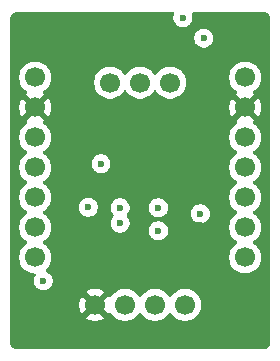
<source format=gbr>
%TF.GenerationSoftware,KiCad,Pcbnew,9.0.5*%
%TF.CreationDate,2025-12-03T12:23:34+01:00*%
%TF.ProjectId,stm32f030f4p6-board,73746d33-3266-4303-9330-663470362d62,rev?*%
%TF.SameCoordinates,Original*%
%TF.FileFunction,Copper,L2,Inr*%
%TF.FilePolarity,Positive*%
%FSLAX46Y46*%
G04 Gerber Fmt 4.6, Leading zero omitted, Abs format (unit mm)*
G04 Created by KiCad (PCBNEW 9.0.5) date 2025-12-03 12:23:34*
%MOMM*%
%LPD*%
G01*
G04 APERTURE LIST*
%TA.AperFunction,ComponentPad*%
%ADD10C,1.700000*%
%TD*%
%TA.AperFunction,ViaPad*%
%ADD11C,0.600000*%
%TD*%
%TA.AperFunction,ViaPad*%
%ADD12C,0.800000*%
%TD*%
G04 APERTURE END LIST*
D10*
%TO.N,+3.3V*%
%TO.C,J2*%
X99430000Y-57429000D03*
%TO.N,/boot0*%
X96890000Y-57429000D03*
%TO.N,unconnected-(J2-Pin_3-Pad3)*%
X94350000Y-57429000D03*
%TD*%
%TO.N,+3.3V*%
%TO.C,J1*%
X100700000Y-76252000D03*
%TO.N,/SWDIO*%
X98160000Y-76252000D03*
%TO.N,/SWCLK*%
X95620000Y-76252000D03*
%TO.N,GND*%
X93080000Y-76252000D03*
%TD*%
%TO.N,+3.3V*%
%TO.C,J3*%
X105780000Y-57000000D03*
%TO.N,GND*%
X105780000Y-59540000D03*
%TO.N,/PA10*%
X105780000Y-62080000D03*
%TO.N,/PA9*%
X105780000Y-64620000D03*
%TO.N,/PB1*%
X105780000Y-67160000D03*
%TO.N,/PA7*%
X105780000Y-69700000D03*
%TO.N,/PA6*%
X105780000Y-72240000D03*
%TD*%
%TO.N,+3.3V*%
%TO.C,J5*%
X88000000Y-57000000D03*
%TO.N,GND*%
X88000000Y-59540000D03*
%TO.N,/PA0*%
X88000000Y-62080000D03*
%TO.N,/PA1*%
X88000000Y-64620000D03*
%TO.N,/PA2*%
X88000000Y-67160000D03*
%TO.N,/PA3*%
X88000000Y-69700000D03*
%TO.N,/PA4*%
X88000000Y-72240000D03*
%TD*%
D11*
%TO.N,GND*%
X99500000Y-59900000D03*
X104880000Y-78098000D03*
D12*
X103250000Y-73452000D03*
D11*
X93731000Y-53393000D03*
X88900000Y-78098000D03*
X92560000Y-64307000D03*
X90839000Y-68681000D03*
X94280000Y-59900000D03*
X101582000Y-52004000D03*
X101998000Y-69486000D03*
%TO.N,+3.3V*%
X92499000Y-67981000D03*
X101998000Y-68526000D03*
X88700000Y-74222000D03*
X100514000Y-51944000D03*
%TO.N,/nrst*%
X95194000Y-68031000D03*
X102282000Y-53664000D03*
%TO.N,/boot0*%
X93580000Y-64307000D03*
%TO.N,/PA0*%
X95194000Y-69331000D03*
%TO.N,/PB1*%
X98442000Y-69981000D03*
%TO.N,/PA9*%
X98442000Y-68031000D03*
%TD*%
%TA.AperFunction,Conductor*%
%TO.N,GND*%
G36*
X99722650Y-51496185D02*
G01*
X99768405Y-51548989D01*
X99778349Y-51618147D01*
X99770172Y-51647952D01*
X99744264Y-51710498D01*
X99744261Y-51710510D01*
X99713500Y-51865153D01*
X99713500Y-52022846D01*
X99744261Y-52177489D01*
X99744264Y-52177501D01*
X99804602Y-52323172D01*
X99804609Y-52323185D01*
X99892210Y-52454288D01*
X99892213Y-52454292D01*
X100003707Y-52565786D01*
X100003711Y-52565789D01*
X100134814Y-52653390D01*
X100134827Y-52653397D01*
X100280498Y-52713735D01*
X100280503Y-52713737D01*
X100435153Y-52744499D01*
X100435156Y-52744500D01*
X100435158Y-52744500D01*
X100592844Y-52744500D01*
X100592845Y-52744499D01*
X100747497Y-52713737D01*
X100893179Y-52653394D01*
X101024289Y-52565789D01*
X101135789Y-52454289D01*
X101223394Y-52323179D01*
X101283737Y-52177497D01*
X101314500Y-52022842D01*
X101314500Y-51865158D01*
X101314500Y-51865155D01*
X101314499Y-51865153D01*
X101283738Y-51710510D01*
X101283737Y-51710503D01*
X101257828Y-51647952D01*
X101250359Y-51578483D01*
X101281634Y-51516004D01*
X101341723Y-51480352D01*
X101372389Y-51476500D01*
X107324108Y-51476500D01*
X107383038Y-51476500D01*
X107396922Y-51477280D01*
X107487266Y-51487459D01*
X107514331Y-51493636D01*
X107593540Y-51521352D01*
X107618553Y-51533398D01*
X107689606Y-51578043D01*
X107711313Y-51595355D01*
X107770644Y-51654686D01*
X107787957Y-51676395D01*
X107832600Y-51747444D01*
X107844648Y-51772462D01*
X107872362Y-51851666D01*
X107878540Y-51878735D01*
X107888720Y-51969076D01*
X107889500Y-51982961D01*
X107889500Y-79469038D01*
X107888720Y-79482922D01*
X107888720Y-79482923D01*
X107878540Y-79573264D01*
X107872362Y-79600333D01*
X107844648Y-79679537D01*
X107832600Y-79704555D01*
X107787957Y-79775604D01*
X107770644Y-79797313D01*
X107711313Y-79856644D01*
X107689604Y-79873957D01*
X107618555Y-79918600D01*
X107593537Y-79930648D01*
X107514333Y-79958362D01*
X107487264Y-79964540D01*
X107407075Y-79973576D01*
X107396921Y-79974720D01*
X107383038Y-79975500D01*
X86396962Y-79975500D01*
X86383078Y-79974720D01*
X86370553Y-79973308D01*
X86292735Y-79964540D01*
X86265666Y-79958362D01*
X86186462Y-79930648D01*
X86161444Y-79918600D01*
X86090395Y-79873957D01*
X86068686Y-79856644D01*
X86009355Y-79797313D01*
X85992042Y-79775604D01*
X85947399Y-79704555D01*
X85935351Y-79679537D01*
X85907637Y-79600333D01*
X85901459Y-79573263D01*
X85891280Y-79482922D01*
X85890500Y-79469038D01*
X85890500Y-76145753D01*
X91730000Y-76145753D01*
X91730000Y-76358246D01*
X91763242Y-76568127D01*
X91763242Y-76568130D01*
X91828904Y-76770217D01*
X91925375Y-76959550D01*
X91964728Y-77013716D01*
X92597037Y-76381408D01*
X92614075Y-76444993D01*
X92679901Y-76559007D01*
X92772993Y-76652099D01*
X92887007Y-76717925D01*
X92950590Y-76734962D01*
X92318282Y-77367269D01*
X92318282Y-77367270D01*
X92372449Y-77406624D01*
X92561782Y-77503095D01*
X92763870Y-77568757D01*
X92973754Y-77602000D01*
X93186246Y-77602000D01*
X93396127Y-77568757D01*
X93396130Y-77568757D01*
X93598217Y-77503095D01*
X93787554Y-77406622D01*
X93841716Y-77367270D01*
X93841717Y-77367270D01*
X93209408Y-76734962D01*
X93272993Y-76717925D01*
X93387007Y-76652099D01*
X93480099Y-76559007D01*
X93545925Y-76444993D01*
X93562962Y-76381408D01*
X94195270Y-77013717D01*
X94195270Y-77013716D01*
X94234622Y-76959555D01*
X94239232Y-76950507D01*
X94287205Y-76899709D01*
X94355025Y-76882912D01*
X94421161Y-76905447D01*
X94460204Y-76950504D01*
X94464949Y-76959817D01*
X94589890Y-77131786D01*
X94740213Y-77282109D01*
X94912179Y-77407048D01*
X94912181Y-77407049D01*
X94912184Y-77407051D01*
X95101588Y-77503557D01*
X95303757Y-77569246D01*
X95513713Y-77602500D01*
X95513714Y-77602500D01*
X95726286Y-77602500D01*
X95726287Y-77602500D01*
X95936243Y-77569246D01*
X96138412Y-77503557D01*
X96327816Y-77407051D01*
X96382572Y-77367269D01*
X96499786Y-77282109D01*
X96499788Y-77282106D01*
X96499792Y-77282104D01*
X96650104Y-77131792D01*
X96650106Y-77131788D01*
X96650109Y-77131786D01*
X96775048Y-76959820D01*
X96775050Y-76959817D01*
X96775051Y-76959816D01*
X96779514Y-76951054D01*
X96827488Y-76900259D01*
X96895308Y-76883463D01*
X96961444Y-76905999D01*
X97000486Y-76951056D01*
X97004951Y-76959820D01*
X97129890Y-77131786D01*
X97280213Y-77282109D01*
X97452179Y-77407048D01*
X97452181Y-77407049D01*
X97452184Y-77407051D01*
X97641588Y-77503557D01*
X97843757Y-77569246D01*
X98053713Y-77602500D01*
X98053714Y-77602500D01*
X98266286Y-77602500D01*
X98266287Y-77602500D01*
X98476243Y-77569246D01*
X98678412Y-77503557D01*
X98867816Y-77407051D01*
X98922572Y-77367269D01*
X99039786Y-77282109D01*
X99039788Y-77282106D01*
X99039792Y-77282104D01*
X99190104Y-77131792D01*
X99190106Y-77131788D01*
X99190109Y-77131786D01*
X99315048Y-76959820D01*
X99315050Y-76959817D01*
X99315051Y-76959816D01*
X99319514Y-76951054D01*
X99367488Y-76900259D01*
X99435308Y-76883463D01*
X99501444Y-76905999D01*
X99540486Y-76951056D01*
X99544951Y-76959820D01*
X99669890Y-77131786D01*
X99820213Y-77282109D01*
X99992179Y-77407048D01*
X99992181Y-77407049D01*
X99992184Y-77407051D01*
X100181588Y-77503557D01*
X100383757Y-77569246D01*
X100593713Y-77602500D01*
X100593714Y-77602500D01*
X100806286Y-77602500D01*
X100806287Y-77602500D01*
X101016243Y-77569246D01*
X101218412Y-77503557D01*
X101407816Y-77407051D01*
X101462572Y-77367269D01*
X101579786Y-77282109D01*
X101579788Y-77282106D01*
X101579792Y-77282104D01*
X101730104Y-77131792D01*
X101730106Y-77131788D01*
X101730109Y-77131786D01*
X101855048Y-76959820D01*
X101855050Y-76959817D01*
X101855051Y-76959816D01*
X101951557Y-76770412D01*
X102017246Y-76568243D01*
X102050500Y-76358287D01*
X102050500Y-76145713D01*
X102017246Y-75935757D01*
X101951557Y-75733588D01*
X101855051Y-75544184D01*
X101855049Y-75544181D01*
X101855048Y-75544179D01*
X101730109Y-75372213D01*
X101579786Y-75221890D01*
X101407820Y-75096951D01*
X101218414Y-75000444D01*
X101218413Y-75000443D01*
X101218412Y-75000443D01*
X101016243Y-74934754D01*
X101016241Y-74934753D01*
X101016240Y-74934753D01*
X100854957Y-74909208D01*
X100806287Y-74901500D01*
X100593713Y-74901500D01*
X100545042Y-74909208D01*
X100383760Y-74934753D01*
X100181585Y-75000444D01*
X99992179Y-75096951D01*
X99820213Y-75221890D01*
X99669890Y-75372213D01*
X99544949Y-75544182D01*
X99540484Y-75552946D01*
X99492509Y-75603742D01*
X99424688Y-75620536D01*
X99358553Y-75597998D01*
X99319516Y-75552946D01*
X99315050Y-75544182D01*
X99190109Y-75372213D01*
X99039786Y-75221890D01*
X98867820Y-75096951D01*
X98678414Y-75000444D01*
X98678413Y-75000443D01*
X98678412Y-75000443D01*
X98476243Y-74934754D01*
X98476241Y-74934753D01*
X98476240Y-74934753D01*
X98314957Y-74909208D01*
X98266287Y-74901500D01*
X98053713Y-74901500D01*
X98005042Y-74909208D01*
X97843760Y-74934753D01*
X97641585Y-75000444D01*
X97452179Y-75096951D01*
X97280213Y-75221890D01*
X97129890Y-75372213D01*
X97004949Y-75544182D01*
X97000484Y-75552946D01*
X96952509Y-75603742D01*
X96884688Y-75620536D01*
X96818553Y-75597998D01*
X96779516Y-75552946D01*
X96775050Y-75544182D01*
X96650109Y-75372213D01*
X96499786Y-75221890D01*
X96327820Y-75096951D01*
X96138414Y-75000444D01*
X96138413Y-75000443D01*
X96138412Y-75000443D01*
X95936243Y-74934754D01*
X95936241Y-74934753D01*
X95936240Y-74934753D01*
X95774957Y-74909208D01*
X95726287Y-74901500D01*
X95513713Y-74901500D01*
X95465042Y-74909208D01*
X95303760Y-74934753D01*
X95101585Y-75000444D01*
X94912179Y-75096951D01*
X94740213Y-75221890D01*
X94589890Y-75372213D01*
X94464949Y-75544182D01*
X94460202Y-75553499D01*
X94412227Y-75604293D01*
X94344405Y-75621087D01*
X94278271Y-75598548D01*
X94239234Y-75553495D01*
X94234626Y-75544452D01*
X94195270Y-75490282D01*
X94195269Y-75490282D01*
X93562962Y-76122590D01*
X93545925Y-76059007D01*
X93480099Y-75944993D01*
X93387007Y-75851901D01*
X93272993Y-75786075D01*
X93209409Y-75769037D01*
X93841716Y-75136728D01*
X93787550Y-75097375D01*
X93598217Y-75000904D01*
X93396129Y-74935242D01*
X93186246Y-74902000D01*
X92973754Y-74902000D01*
X92763872Y-74935242D01*
X92763869Y-74935242D01*
X92561782Y-75000904D01*
X92372439Y-75097380D01*
X92318282Y-75136727D01*
X92318282Y-75136728D01*
X92950591Y-75769037D01*
X92887007Y-75786075D01*
X92772993Y-75851901D01*
X92679901Y-75944993D01*
X92614075Y-76059007D01*
X92597037Y-76122591D01*
X91964728Y-75490282D01*
X91964727Y-75490282D01*
X91925380Y-75544439D01*
X91828904Y-75733782D01*
X91763242Y-75935869D01*
X91763242Y-75935872D01*
X91730000Y-76145753D01*
X85890500Y-76145753D01*
X85890500Y-56893713D01*
X86649500Y-56893713D01*
X86649500Y-57106286D01*
X86679934Y-57298442D01*
X86682754Y-57316243D01*
X86684856Y-57322713D01*
X86748444Y-57518414D01*
X86844951Y-57707820D01*
X86969890Y-57879786D01*
X87120213Y-58030109D01*
X87292179Y-58155048D01*
X87292181Y-58155049D01*
X87292184Y-58155051D01*
X87301493Y-58159794D01*
X87352290Y-58207766D01*
X87369087Y-58275587D01*
X87346552Y-58341722D01*
X87301505Y-58380760D01*
X87292446Y-58385376D01*
X87292440Y-58385380D01*
X87238282Y-58424727D01*
X87238282Y-58424728D01*
X87870591Y-59057037D01*
X87807007Y-59074075D01*
X87692993Y-59139901D01*
X87599901Y-59232993D01*
X87534075Y-59347007D01*
X87517037Y-59410591D01*
X86884728Y-58778282D01*
X86884727Y-58778282D01*
X86845380Y-58832439D01*
X86748904Y-59021782D01*
X86683242Y-59223869D01*
X86683242Y-59223872D01*
X86650000Y-59433753D01*
X86650000Y-59646246D01*
X86683242Y-59856127D01*
X86683242Y-59856130D01*
X86748904Y-60058217D01*
X86845375Y-60247550D01*
X86884728Y-60301716D01*
X87517037Y-59669408D01*
X87534075Y-59732993D01*
X87599901Y-59847007D01*
X87692993Y-59940099D01*
X87807007Y-60005925D01*
X87870590Y-60022962D01*
X87238282Y-60655269D01*
X87238282Y-60655270D01*
X87292452Y-60694626D01*
X87292451Y-60694626D01*
X87301495Y-60699234D01*
X87352292Y-60747208D01*
X87369087Y-60815029D01*
X87346550Y-60881164D01*
X87301499Y-60920202D01*
X87292182Y-60924949D01*
X87120213Y-61049890D01*
X86969890Y-61200213D01*
X86844951Y-61372179D01*
X86748444Y-61561585D01*
X86682753Y-61763760D01*
X86649500Y-61973713D01*
X86649500Y-62186286D01*
X86682753Y-62396239D01*
X86748444Y-62598414D01*
X86844951Y-62787820D01*
X86969890Y-62959786D01*
X87120213Y-63110109D01*
X87292182Y-63235050D01*
X87300946Y-63239516D01*
X87351742Y-63287491D01*
X87368536Y-63355312D01*
X87345998Y-63421447D01*
X87300946Y-63460484D01*
X87292182Y-63464949D01*
X87120213Y-63589890D01*
X86969890Y-63740213D01*
X86844951Y-63912179D01*
X86748444Y-64101585D01*
X86682753Y-64303760D01*
X86669752Y-64385846D01*
X86649500Y-64513713D01*
X86649500Y-64726287D01*
X86682754Y-64936243D01*
X86728403Y-65076737D01*
X86748444Y-65138414D01*
X86844951Y-65327820D01*
X86969890Y-65499786D01*
X87120213Y-65650109D01*
X87292182Y-65775050D01*
X87300946Y-65779516D01*
X87351742Y-65827491D01*
X87368536Y-65895312D01*
X87345998Y-65961447D01*
X87300946Y-66000484D01*
X87292182Y-66004949D01*
X87120213Y-66129890D01*
X86969890Y-66280213D01*
X86844951Y-66452179D01*
X86748444Y-66641585D01*
X86682753Y-66843760D01*
X86649500Y-67053713D01*
X86649500Y-67266287D01*
X86650343Y-67271609D01*
X86681877Y-67470711D01*
X86682754Y-67476243D01*
X86697201Y-67520707D01*
X86748444Y-67678414D01*
X86844951Y-67867820D01*
X86969890Y-68039786D01*
X87120213Y-68190109D01*
X87292182Y-68315050D01*
X87300946Y-68319516D01*
X87351742Y-68367491D01*
X87368536Y-68435312D01*
X87345998Y-68501447D01*
X87300946Y-68540484D01*
X87292182Y-68544949D01*
X87120213Y-68669890D01*
X86969890Y-68820213D01*
X86844951Y-68992179D01*
X86748444Y-69181585D01*
X86682753Y-69383760D01*
X86654129Y-69564489D01*
X86649500Y-69593713D01*
X86649500Y-69806287D01*
X86682754Y-70016243D01*
X86747172Y-70214501D01*
X86748444Y-70218414D01*
X86844951Y-70407820D01*
X86969890Y-70579786D01*
X87120213Y-70730109D01*
X87292182Y-70855050D01*
X87300946Y-70859516D01*
X87351742Y-70907491D01*
X87368536Y-70975312D01*
X87345998Y-71041447D01*
X87300946Y-71080484D01*
X87292182Y-71084949D01*
X87120213Y-71209890D01*
X86969890Y-71360213D01*
X86844951Y-71532179D01*
X86748444Y-71721585D01*
X86682753Y-71923760D01*
X86649500Y-72133713D01*
X86649500Y-72346286D01*
X86682753Y-72556239D01*
X86748444Y-72758414D01*
X86844951Y-72947820D01*
X86969890Y-73119786D01*
X87120213Y-73270109D01*
X87292179Y-73395048D01*
X87292181Y-73395049D01*
X87292184Y-73395051D01*
X87481588Y-73491557D01*
X87683757Y-73557246D01*
X87893713Y-73590500D01*
X87893714Y-73590500D01*
X87927213Y-73590500D01*
X87994252Y-73610185D01*
X88040007Y-73662989D01*
X88049951Y-73732147D01*
X88030315Y-73783391D01*
X87990609Y-73842814D01*
X87990602Y-73842827D01*
X87930264Y-73988498D01*
X87930261Y-73988510D01*
X87899500Y-74143153D01*
X87899500Y-74300846D01*
X87930261Y-74455489D01*
X87930264Y-74455501D01*
X87990602Y-74601172D01*
X87990609Y-74601185D01*
X88078210Y-74732288D01*
X88078213Y-74732292D01*
X88189707Y-74843786D01*
X88189711Y-74843789D01*
X88320814Y-74931390D01*
X88320827Y-74931397D01*
X88466498Y-74991735D01*
X88466503Y-74991737D01*
X88621153Y-75022499D01*
X88621156Y-75022500D01*
X88621158Y-75022500D01*
X88778844Y-75022500D01*
X88778845Y-75022499D01*
X88933497Y-74991737D01*
X89079179Y-74931394D01*
X89210289Y-74843789D01*
X89321789Y-74732289D01*
X89409394Y-74601179D01*
X89469737Y-74455497D01*
X89500500Y-74300842D01*
X89500500Y-74143158D01*
X89500500Y-74143155D01*
X89500499Y-74143153D01*
X89469738Y-73988510D01*
X89469737Y-73988503D01*
X89469735Y-73988498D01*
X89409397Y-73842827D01*
X89409390Y-73842814D01*
X89321789Y-73711711D01*
X89321786Y-73711707D01*
X89210292Y-73600213D01*
X89210288Y-73600210D01*
X89079185Y-73512609D01*
X89079175Y-73512604D01*
X88938168Y-73454197D01*
X88883765Y-73410356D01*
X88861700Y-73344062D01*
X88878979Y-73276362D01*
X88897933Y-73251962D01*
X89030104Y-73119792D01*
X89155051Y-72947816D01*
X89251557Y-72758412D01*
X89317246Y-72556243D01*
X89350500Y-72346287D01*
X89350500Y-72133713D01*
X89317246Y-71923757D01*
X89251557Y-71721588D01*
X89155051Y-71532184D01*
X89155049Y-71532181D01*
X89155048Y-71532179D01*
X89030109Y-71360213D01*
X88879786Y-71209890D01*
X88707820Y-71084951D01*
X88707115Y-71084591D01*
X88699054Y-71080485D01*
X88648259Y-71032512D01*
X88631463Y-70964692D01*
X88653999Y-70898556D01*
X88699054Y-70859515D01*
X88707816Y-70855051D01*
X88809051Y-70781500D01*
X88879786Y-70730109D01*
X88879788Y-70730106D01*
X88879792Y-70730104D01*
X89030104Y-70579792D01*
X89030106Y-70579788D01*
X89030109Y-70579786D01*
X89155048Y-70407820D01*
X89155047Y-70407820D01*
X89155051Y-70407816D01*
X89251557Y-70218412D01*
X89317246Y-70016243D01*
X89350500Y-69806287D01*
X89350500Y-69593713D01*
X89317246Y-69383757D01*
X89251557Y-69181588D01*
X89155051Y-68992184D01*
X89155049Y-68992181D01*
X89155048Y-68992179D01*
X89030109Y-68820213D01*
X88879786Y-68669890D01*
X88707820Y-68544951D01*
X88707115Y-68544591D01*
X88699054Y-68540485D01*
X88648259Y-68492512D01*
X88631463Y-68424692D01*
X88653999Y-68358556D01*
X88699054Y-68319515D01*
X88707816Y-68315051D01*
X88777409Y-68264489D01*
X88879786Y-68190109D01*
X88879788Y-68190106D01*
X88879792Y-68190104D01*
X89030104Y-68039792D01*
X89030106Y-68039788D01*
X89030109Y-68039786D01*
X89130104Y-67902153D01*
X91698500Y-67902153D01*
X91698500Y-68059846D01*
X91729261Y-68214489D01*
X91729264Y-68214501D01*
X91789602Y-68360172D01*
X91789609Y-68360185D01*
X91877210Y-68491288D01*
X91877213Y-68491292D01*
X91988707Y-68602786D01*
X91988711Y-68602789D01*
X92119814Y-68690390D01*
X92119827Y-68690397D01*
X92265498Y-68750735D01*
X92265503Y-68750737D01*
X92420153Y-68781499D01*
X92420156Y-68781500D01*
X92420158Y-68781500D01*
X92577844Y-68781500D01*
X92577845Y-68781499D01*
X92732497Y-68750737D01*
X92878179Y-68690394D01*
X93009289Y-68602789D01*
X93120789Y-68491289D01*
X93208394Y-68360179D01*
X93268737Y-68214497D01*
X93299500Y-68059842D01*
X93299500Y-67952153D01*
X94393500Y-67952153D01*
X94393500Y-68109846D01*
X94424261Y-68264489D01*
X94424264Y-68264501D01*
X94484602Y-68410172D01*
X94484609Y-68410185D01*
X94572210Y-68541288D01*
X94572213Y-68541292D01*
X94624240Y-68593319D01*
X94657725Y-68654642D01*
X94652741Y-68724334D01*
X94624240Y-68768681D01*
X94572213Y-68820707D01*
X94572210Y-68820711D01*
X94484609Y-68951814D01*
X94484602Y-68951827D01*
X94424264Y-69097498D01*
X94424261Y-69097510D01*
X94393500Y-69252153D01*
X94393500Y-69409846D01*
X94424261Y-69564489D01*
X94424264Y-69564501D01*
X94484602Y-69710172D01*
X94484609Y-69710185D01*
X94572210Y-69841288D01*
X94572213Y-69841292D01*
X94683707Y-69952786D01*
X94683711Y-69952789D01*
X94814814Y-70040390D01*
X94814827Y-70040397D01*
X94960498Y-70100735D01*
X94960503Y-70100737D01*
X95115153Y-70131499D01*
X95115156Y-70131500D01*
X95115158Y-70131500D01*
X95272844Y-70131500D01*
X95272845Y-70131499D01*
X95427497Y-70100737D01*
X95573179Y-70040394D01*
X95704289Y-69952789D01*
X95754925Y-69902153D01*
X97641500Y-69902153D01*
X97641500Y-70059846D01*
X97672261Y-70214489D01*
X97672264Y-70214501D01*
X97732602Y-70360172D01*
X97732609Y-70360185D01*
X97820210Y-70491288D01*
X97820213Y-70491292D01*
X97931707Y-70602786D01*
X97931711Y-70602789D01*
X98062814Y-70690390D01*
X98062827Y-70690397D01*
X98158690Y-70730104D01*
X98208503Y-70750737D01*
X98363153Y-70781499D01*
X98363156Y-70781500D01*
X98363158Y-70781500D01*
X98520844Y-70781500D01*
X98520845Y-70781499D01*
X98675497Y-70750737D01*
X98821179Y-70690394D01*
X98952289Y-70602789D01*
X99063789Y-70491289D01*
X99151394Y-70360179D01*
X99211737Y-70214497D01*
X99242500Y-70059842D01*
X99242500Y-69902158D01*
X99242500Y-69902155D01*
X99242499Y-69902153D01*
X99223430Y-69806287D01*
X99211737Y-69747503D01*
X99211735Y-69747498D01*
X99151397Y-69601827D01*
X99151390Y-69601814D01*
X99063789Y-69470711D01*
X99063786Y-69470707D01*
X98952292Y-69359213D01*
X98952288Y-69359210D01*
X98821185Y-69271609D01*
X98821172Y-69271602D01*
X98675501Y-69211264D01*
X98675489Y-69211261D01*
X98520845Y-69180500D01*
X98520842Y-69180500D01*
X98363158Y-69180500D01*
X98363155Y-69180500D01*
X98208510Y-69211261D01*
X98208498Y-69211264D01*
X98062827Y-69271602D01*
X98062814Y-69271609D01*
X97931711Y-69359210D01*
X97931707Y-69359213D01*
X97820213Y-69470707D01*
X97820210Y-69470711D01*
X97732609Y-69601814D01*
X97732602Y-69601827D01*
X97672264Y-69747498D01*
X97672261Y-69747510D01*
X97641500Y-69902153D01*
X95754925Y-69902153D01*
X95815789Y-69841289D01*
X95839178Y-69806286D01*
X95903390Y-69710185D01*
X95903390Y-69710184D01*
X95903394Y-69710179D01*
X95963737Y-69564497D01*
X95994500Y-69409842D01*
X95994500Y-69252158D01*
X95994500Y-69252155D01*
X95994499Y-69252153D01*
X95986365Y-69211261D01*
X95963737Y-69097503D01*
X95920111Y-68992179D01*
X95903397Y-68951827D01*
X95903390Y-68951814D01*
X95815789Y-68820711D01*
X95815786Y-68820707D01*
X95763760Y-68768681D01*
X95730275Y-68707358D01*
X95735259Y-68637666D01*
X95763760Y-68593319D01*
X95815786Y-68541292D01*
X95815789Y-68541289D01*
X95903394Y-68410179D01*
X95963737Y-68264497D01*
X95994500Y-68109842D01*
X95994500Y-67952158D01*
X95994500Y-67952155D01*
X95994499Y-67952153D01*
X97641500Y-67952153D01*
X97641500Y-68109846D01*
X97672261Y-68264489D01*
X97672264Y-68264501D01*
X97732602Y-68410172D01*
X97732609Y-68410185D01*
X97820210Y-68541288D01*
X97820213Y-68541292D01*
X97931707Y-68652786D01*
X97931711Y-68652789D01*
X98062814Y-68740390D01*
X98062827Y-68740397D01*
X98162060Y-68781500D01*
X98208503Y-68800737D01*
X98363153Y-68831499D01*
X98363156Y-68831500D01*
X98363158Y-68831500D01*
X98520844Y-68831500D01*
X98520845Y-68831499D01*
X98675497Y-68800737D01*
X98821179Y-68740394D01*
X98952289Y-68652789D01*
X99063789Y-68541289D01*
X99126689Y-68447153D01*
X101197500Y-68447153D01*
X101197500Y-68604846D01*
X101228261Y-68759489D01*
X101228264Y-68759501D01*
X101288602Y-68905172D01*
X101288609Y-68905185D01*
X101376210Y-69036288D01*
X101376213Y-69036292D01*
X101487707Y-69147786D01*
X101487711Y-69147789D01*
X101618814Y-69235390D01*
X101618827Y-69235397D01*
X101706245Y-69271606D01*
X101764503Y-69295737D01*
X101919153Y-69326499D01*
X101919156Y-69326500D01*
X101919158Y-69326500D01*
X102076844Y-69326500D01*
X102076845Y-69326499D01*
X102231497Y-69295737D01*
X102377179Y-69235394D01*
X102508289Y-69147789D01*
X102619789Y-69036289D01*
X102707394Y-68905179D01*
X102767737Y-68759497D01*
X102798500Y-68604842D01*
X102798500Y-68447158D01*
X102798500Y-68447155D01*
X102798499Y-68447153D01*
X102791418Y-68411557D01*
X102767737Y-68292503D01*
X102735423Y-68214489D01*
X102707397Y-68146827D01*
X102707390Y-68146814D01*
X102619789Y-68015711D01*
X102619786Y-68015707D01*
X102508292Y-67904213D01*
X102508288Y-67904210D01*
X102377185Y-67816609D01*
X102377172Y-67816602D01*
X102231501Y-67756264D01*
X102231489Y-67756261D01*
X102076845Y-67725500D01*
X102076842Y-67725500D01*
X101919158Y-67725500D01*
X101919155Y-67725500D01*
X101764510Y-67756261D01*
X101764498Y-67756264D01*
X101618827Y-67816602D01*
X101618814Y-67816609D01*
X101487711Y-67904210D01*
X101487707Y-67904213D01*
X101376213Y-68015707D01*
X101376210Y-68015711D01*
X101288609Y-68146814D01*
X101288602Y-68146827D01*
X101228264Y-68292498D01*
X101228261Y-68292510D01*
X101197500Y-68447153D01*
X99126689Y-68447153D01*
X99151394Y-68410179D01*
X99151397Y-68410172D01*
X99158256Y-68393614D01*
X99200134Y-68292510D01*
X99211737Y-68264497D01*
X99242500Y-68109842D01*
X99242500Y-67952158D01*
X99242500Y-67952155D01*
X99242499Y-67952153D01*
X99211738Y-67797510D01*
X99211737Y-67797503D01*
X99211735Y-67797498D01*
X99151397Y-67651827D01*
X99151390Y-67651814D01*
X99063789Y-67520711D01*
X99063786Y-67520707D01*
X98952292Y-67409213D01*
X98952288Y-67409210D01*
X98821185Y-67321609D01*
X98821172Y-67321602D01*
X98675501Y-67261264D01*
X98675489Y-67261261D01*
X98520845Y-67230500D01*
X98520842Y-67230500D01*
X98363158Y-67230500D01*
X98363155Y-67230500D01*
X98208510Y-67261261D01*
X98208498Y-67261264D01*
X98062827Y-67321602D01*
X98062814Y-67321609D01*
X97931711Y-67409210D01*
X97931707Y-67409213D01*
X97820213Y-67520707D01*
X97820210Y-67520711D01*
X97732609Y-67651814D01*
X97732602Y-67651827D01*
X97672264Y-67797498D01*
X97672261Y-67797510D01*
X97641500Y-67952153D01*
X95994499Y-67952153D01*
X95963738Y-67797510D01*
X95963737Y-67797503D01*
X95963735Y-67797498D01*
X95903397Y-67651827D01*
X95903390Y-67651814D01*
X95815789Y-67520711D01*
X95815786Y-67520707D01*
X95704292Y-67409213D01*
X95704288Y-67409210D01*
X95573185Y-67321609D01*
X95573172Y-67321602D01*
X95427501Y-67261264D01*
X95427489Y-67261261D01*
X95272845Y-67230500D01*
X95272842Y-67230500D01*
X95115158Y-67230500D01*
X95115155Y-67230500D01*
X94960510Y-67261261D01*
X94960498Y-67261264D01*
X94814827Y-67321602D01*
X94814814Y-67321609D01*
X94683711Y-67409210D01*
X94683707Y-67409213D01*
X94572213Y-67520707D01*
X94572210Y-67520711D01*
X94484609Y-67651814D01*
X94484602Y-67651827D01*
X94424264Y-67797498D01*
X94424261Y-67797510D01*
X94393500Y-67952153D01*
X93299500Y-67952153D01*
X93299500Y-67902158D01*
X93299500Y-67902155D01*
X93299499Y-67902153D01*
X93282483Y-67816609D01*
X93268737Y-67747503D01*
X93229102Y-67651814D01*
X93208397Y-67601827D01*
X93208390Y-67601814D01*
X93120789Y-67470711D01*
X93120786Y-67470707D01*
X93009292Y-67359213D01*
X93009288Y-67359210D01*
X92878185Y-67271609D01*
X92878172Y-67271602D01*
X92732501Y-67211264D01*
X92732489Y-67211261D01*
X92577845Y-67180500D01*
X92577842Y-67180500D01*
X92420158Y-67180500D01*
X92420155Y-67180500D01*
X92265510Y-67211261D01*
X92265498Y-67211264D01*
X92119827Y-67271602D01*
X92119814Y-67271609D01*
X91988711Y-67359210D01*
X91988707Y-67359213D01*
X91877213Y-67470707D01*
X91877210Y-67470711D01*
X91789609Y-67601814D01*
X91789602Y-67601827D01*
X91729264Y-67747498D01*
X91729261Y-67747510D01*
X91698500Y-67902153D01*
X89130104Y-67902153D01*
X89155050Y-67867817D01*
X89169342Y-67839770D01*
X89216356Y-67747498D01*
X89251557Y-67678412D01*
X89317246Y-67476243D01*
X89350500Y-67266287D01*
X89350500Y-67053713D01*
X89317246Y-66843757D01*
X89251557Y-66641588D01*
X89155051Y-66452184D01*
X89155049Y-66452181D01*
X89155048Y-66452179D01*
X89030109Y-66280213D01*
X88879786Y-66129890D01*
X88707820Y-66004951D01*
X88707115Y-66004591D01*
X88699054Y-66000485D01*
X88648259Y-65952512D01*
X88631463Y-65884692D01*
X88653999Y-65818556D01*
X88699054Y-65779515D01*
X88707816Y-65775051D01*
X88729789Y-65759086D01*
X88879786Y-65650109D01*
X88879788Y-65650106D01*
X88879792Y-65650104D01*
X89030104Y-65499792D01*
X89030106Y-65499788D01*
X89030109Y-65499786D01*
X89155048Y-65327820D01*
X89155047Y-65327820D01*
X89155051Y-65327816D01*
X89251557Y-65138412D01*
X89317246Y-64936243D01*
X89350500Y-64726287D01*
X89350500Y-64513713D01*
X89317246Y-64303757D01*
X89292681Y-64228153D01*
X92779500Y-64228153D01*
X92779500Y-64385846D01*
X92810261Y-64540489D01*
X92810264Y-64540501D01*
X92870602Y-64686172D01*
X92870609Y-64686185D01*
X92958210Y-64817288D01*
X92958213Y-64817292D01*
X93069707Y-64928786D01*
X93069711Y-64928789D01*
X93200814Y-65016390D01*
X93200827Y-65016397D01*
X93346498Y-65076735D01*
X93346503Y-65076737D01*
X93501153Y-65107499D01*
X93501156Y-65107500D01*
X93501158Y-65107500D01*
X93658844Y-65107500D01*
X93658845Y-65107499D01*
X93813497Y-65076737D01*
X93959179Y-65016394D01*
X94090289Y-64928789D01*
X94201789Y-64817289D01*
X94289394Y-64686179D01*
X94349737Y-64540497D01*
X94380500Y-64385842D01*
X94380500Y-64228158D01*
X94380500Y-64228155D01*
X94380499Y-64228153D01*
X94349738Y-64073510D01*
X94349737Y-64073503D01*
X94349735Y-64073498D01*
X94289397Y-63927827D01*
X94289390Y-63927814D01*
X94201789Y-63796711D01*
X94201786Y-63796707D01*
X94090292Y-63685213D01*
X94090288Y-63685210D01*
X93959185Y-63597609D01*
X93959172Y-63597602D01*
X93813501Y-63537264D01*
X93813489Y-63537261D01*
X93658845Y-63506500D01*
X93658842Y-63506500D01*
X93501158Y-63506500D01*
X93501155Y-63506500D01*
X93346510Y-63537261D01*
X93346498Y-63537264D01*
X93200827Y-63597602D01*
X93200814Y-63597609D01*
X93069711Y-63685210D01*
X93069707Y-63685213D01*
X92958213Y-63796707D01*
X92958210Y-63796711D01*
X92870609Y-63927814D01*
X92870602Y-63927827D01*
X92810264Y-64073498D01*
X92810261Y-64073510D01*
X92779500Y-64228153D01*
X89292681Y-64228153D01*
X89251557Y-64101588D01*
X89155051Y-63912184D01*
X89155049Y-63912181D01*
X89155048Y-63912179D01*
X89030109Y-63740213D01*
X88879786Y-63589890D01*
X88707820Y-63464951D01*
X88707115Y-63464591D01*
X88699054Y-63460485D01*
X88648259Y-63412512D01*
X88631463Y-63344692D01*
X88653999Y-63278556D01*
X88699054Y-63239515D01*
X88707816Y-63235051D01*
X88729789Y-63219086D01*
X88879786Y-63110109D01*
X88879788Y-63110106D01*
X88879792Y-63110104D01*
X89030104Y-62959792D01*
X89030106Y-62959788D01*
X89030109Y-62959786D01*
X89155048Y-62787820D01*
X89155047Y-62787820D01*
X89155051Y-62787816D01*
X89251557Y-62598412D01*
X89317246Y-62396243D01*
X89350500Y-62186287D01*
X89350500Y-61973713D01*
X89317246Y-61763757D01*
X89251557Y-61561588D01*
X89155051Y-61372184D01*
X89155049Y-61372181D01*
X89155048Y-61372179D01*
X89030109Y-61200213D01*
X88879786Y-61049890D01*
X88707817Y-60924949D01*
X88698504Y-60920204D01*
X88647707Y-60872230D01*
X88630912Y-60804409D01*
X88653449Y-60738274D01*
X88698507Y-60699232D01*
X88707555Y-60694622D01*
X88761716Y-60655270D01*
X88761717Y-60655270D01*
X88129408Y-60022962D01*
X88192993Y-60005925D01*
X88307007Y-59940099D01*
X88400099Y-59847007D01*
X88465925Y-59732993D01*
X88482962Y-59669408D01*
X89115270Y-60301717D01*
X89115270Y-60301716D01*
X89154622Y-60247554D01*
X89251095Y-60058217D01*
X89316757Y-59856130D01*
X89316757Y-59856127D01*
X89350000Y-59646246D01*
X89350000Y-59433753D01*
X89316757Y-59223872D01*
X89316757Y-59223869D01*
X89251095Y-59021782D01*
X89154624Y-58832449D01*
X89115270Y-58778282D01*
X89115269Y-58778282D01*
X88482962Y-59410590D01*
X88465925Y-59347007D01*
X88400099Y-59232993D01*
X88307007Y-59139901D01*
X88192993Y-59074075D01*
X88129409Y-59057037D01*
X88761716Y-58424728D01*
X88707547Y-58385373D01*
X88707547Y-58385372D01*
X88698500Y-58380763D01*
X88647706Y-58332788D01*
X88630912Y-58264966D01*
X88653451Y-58198832D01*
X88698508Y-58159793D01*
X88707816Y-58155051D01*
X88806988Y-58082999D01*
X88879786Y-58030109D01*
X88879788Y-58030106D01*
X88879792Y-58030104D01*
X89030104Y-57879792D01*
X89030106Y-57879788D01*
X89030109Y-57879786D01*
X89155048Y-57707820D01*
X89155047Y-57707820D01*
X89155051Y-57707816D01*
X89251557Y-57518412D01*
X89315144Y-57322713D01*
X92999500Y-57322713D01*
X92999500Y-57535286D01*
X93032753Y-57745239D01*
X93098444Y-57947414D01*
X93194951Y-58136820D01*
X93319890Y-58308786D01*
X93470213Y-58459109D01*
X93642179Y-58584048D01*
X93642181Y-58584049D01*
X93642184Y-58584051D01*
X93831588Y-58680557D01*
X94033757Y-58746246D01*
X94243713Y-58779500D01*
X94243714Y-58779500D01*
X94456286Y-58779500D01*
X94456287Y-58779500D01*
X94666243Y-58746246D01*
X94868412Y-58680557D01*
X95057816Y-58584051D01*
X95079789Y-58568086D01*
X95229786Y-58459109D01*
X95229788Y-58459106D01*
X95229792Y-58459104D01*
X95380104Y-58308792D01*
X95380106Y-58308788D01*
X95380109Y-58308786D01*
X95505048Y-58136820D01*
X95505047Y-58136820D01*
X95505051Y-58136816D01*
X95509514Y-58128054D01*
X95557488Y-58077259D01*
X95625308Y-58060463D01*
X95691444Y-58082999D01*
X95730486Y-58128056D01*
X95734951Y-58136820D01*
X95859890Y-58308786D01*
X96010213Y-58459109D01*
X96182179Y-58584048D01*
X96182181Y-58584049D01*
X96182184Y-58584051D01*
X96371588Y-58680557D01*
X96573757Y-58746246D01*
X96783713Y-58779500D01*
X96783714Y-58779500D01*
X96996286Y-58779500D01*
X96996287Y-58779500D01*
X97206243Y-58746246D01*
X97408412Y-58680557D01*
X97597816Y-58584051D01*
X97619789Y-58568086D01*
X97769786Y-58459109D01*
X97769788Y-58459106D01*
X97769792Y-58459104D01*
X97920104Y-58308792D01*
X97920106Y-58308788D01*
X97920109Y-58308786D01*
X98045048Y-58136820D01*
X98045047Y-58136820D01*
X98045051Y-58136816D01*
X98049514Y-58128054D01*
X98097488Y-58077259D01*
X98165308Y-58060463D01*
X98231444Y-58082999D01*
X98270486Y-58128056D01*
X98274951Y-58136820D01*
X98399890Y-58308786D01*
X98550213Y-58459109D01*
X98722179Y-58584048D01*
X98722181Y-58584049D01*
X98722184Y-58584051D01*
X98911588Y-58680557D01*
X99113757Y-58746246D01*
X99323713Y-58779500D01*
X99323714Y-58779500D01*
X99536286Y-58779500D01*
X99536287Y-58779500D01*
X99746243Y-58746246D01*
X99948412Y-58680557D01*
X100137816Y-58584051D01*
X100159789Y-58568086D01*
X100309786Y-58459109D01*
X100309788Y-58459106D01*
X100309792Y-58459104D01*
X100460104Y-58308792D01*
X100460106Y-58308788D01*
X100460109Y-58308786D01*
X100585048Y-58136820D01*
X100585047Y-58136820D01*
X100585051Y-58136816D01*
X100681557Y-57947412D01*
X100747246Y-57745243D01*
X100780500Y-57535287D01*
X100780500Y-57322713D01*
X100747246Y-57112757D01*
X100681557Y-56910588D01*
X100672959Y-56893713D01*
X104429500Y-56893713D01*
X104429500Y-57106286D01*
X104459934Y-57298442D01*
X104462754Y-57316243D01*
X104464856Y-57322713D01*
X104528444Y-57518414D01*
X104624951Y-57707820D01*
X104749890Y-57879786D01*
X104900213Y-58030109D01*
X105072179Y-58155048D01*
X105072181Y-58155049D01*
X105072184Y-58155051D01*
X105081493Y-58159794D01*
X105132290Y-58207766D01*
X105149087Y-58275587D01*
X105126552Y-58341722D01*
X105081505Y-58380760D01*
X105072446Y-58385376D01*
X105072440Y-58385380D01*
X105018282Y-58424727D01*
X105018282Y-58424728D01*
X105650591Y-59057037D01*
X105587007Y-59074075D01*
X105472993Y-59139901D01*
X105379901Y-59232993D01*
X105314075Y-59347007D01*
X105297037Y-59410591D01*
X104664728Y-58778282D01*
X104664727Y-58778282D01*
X104625380Y-58832439D01*
X104528904Y-59021782D01*
X104463242Y-59223869D01*
X104463242Y-59223872D01*
X104430000Y-59433753D01*
X104430000Y-59646246D01*
X104463242Y-59856127D01*
X104463242Y-59856130D01*
X104528904Y-60058217D01*
X104625375Y-60247550D01*
X104664728Y-60301716D01*
X105297037Y-59669408D01*
X105314075Y-59732993D01*
X105379901Y-59847007D01*
X105472993Y-59940099D01*
X105587007Y-60005925D01*
X105650590Y-60022962D01*
X105018282Y-60655269D01*
X105018282Y-60655270D01*
X105072452Y-60694626D01*
X105072451Y-60694626D01*
X105081495Y-60699234D01*
X105132292Y-60747208D01*
X105149087Y-60815029D01*
X105126550Y-60881164D01*
X105081499Y-60920202D01*
X105072182Y-60924949D01*
X104900213Y-61049890D01*
X104749890Y-61200213D01*
X104624951Y-61372179D01*
X104528444Y-61561585D01*
X104462753Y-61763760D01*
X104429500Y-61973713D01*
X104429500Y-62186286D01*
X104462753Y-62396239D01*
X104528444Y-62598414D01*
X104624951Y-62787820D01*
X104749890Y-62959786D01*
X104900213Y-63110109D01*
X105072182Y-63235050D01*
X105080946Y-63239516D01*
X105131742Y-63287491D01*
X105148536Y-63355312D01*
X105125998Y-63421447D01*
X105080946Y-63460484D01*
X105072182Y-63464949D01*
X104900213Y-63589890D01*
X104749890Y-63740213D01*
X104624951Y-63912179D01*
X104528444Y-64101585D01*
X104462753Y-64303760D01*
X104449752Y-64385846D01*
X104429500Y-64513713D01*
X104429500Y-64726287D01*
X104462754Y-64936243D01*
X104508403Y-65076737D01*
X104528444Y-65138414D01*
X104624951Y-65327820D01*
X104749890Y-65499786D01*
X104900213Y-65650109D01*
X105072182Y-65775050D01*
X105080946Y-65779516D01*
X105131742Y-65827491D01*
X105148536Y-65895312D01*
X105125998Y-65961447D01*
X105080946Y-66000484D01*
X105072182Y-66004949D01*
X104900213Y-66129890D01*
X104749890Y-66280213D01*
X104624951Y-66452179D01*
X104528444Y-66641585D01*
X104462753Y-66843760D01*
X104429500Y-67053713D01*
X104429500Y-67266287D01*
X104430343Y-67271609D01*
X104461877Y-67470711D01*
X104462754Y-67476243D01*
X104477201Y-67520707D01*
X104528444Y-67678414D01*
X104624951Y-67867820D01*
X104749890Y-68039786D01*
X104900213Y-68190109D01*
X105072182Y-68315050D01*
X105080946Y-68319516D01*
X105131742Y-68367491D01*
X105148536Y-68435312D01*
X105125998Y-68501447D01*
X105080946Y-68540484D01*
X105072182Y-68544949D01*
X104900213Y-68669890D01*
X104749890Y-68820213D01*
X104624951Y-68992179D01*
X104528444Y-69181585D01*
X104462753Y-69383760D01*
X104434129Y-69564489D01*
X104429500Y-69593713D01*
X104429500Y-69806287D01*
X104462754Y-70016243D01*
X104527172Y-70214501D01*
X104528444Y-70218414D01*
X104624951Y-70407820D01*
X104749890Y-70579786D01*
X104900213Y-70730109D01*
X105072182Y-70855050D01*
X105080946Y-70859516D01*
X105131742Y-70907491D01*
X105148536Y-70975312D01*
X105125998Y-71041447D01*
X105080946Y-71080484D01*
X105072182Y-71084949D01*
X104900213Y-71209890D01*
X104749890Y-71360213D01*
X104624951Y-71532179D01*
X104528444Y-71721585D01*
X104462753Y-71923760D01*
X104429500Y-72133713D01*
X104429500Y-72346286D01*
X104462753Y-72556239D01*
X104528444Y-72758414D01*
X104624951Y-72947820D01*
X104749890Y-73119786D01*
X104900213Y-73270109D01*
X105072179Y-73395048D01*
X105072181Y-73395049D01*
X105072184Y-73395051D01*
X105261588Y-73491557D01*
X105463757Y-73557246D01*
X105673713Y-73590500D01*
X105673714Y-73590500D01*
X105886286Y-73590500D01*
X105886287Y-73590500D01*
X106096243Y-73557246D01*
X106298412Y-73491557D01*
X106487816Y-73395051D01*
X106651179Y-73276362D01*
X106659786Y-73270109D01*
X106659788Y-73270106D01*
X106659792Y-73270104D01*
X106810104Y-73119792D01*
X106810106Y-73119788D01*
X106810109Y-73119786D01*
X106935048Y-72947820D01*
X106935047Y-72947820D01*
X106935051Y-72947816D01*
X107031557Y-72758412D01*
X107097246Y-72556243D01*
X107130500Y-72346287D01*
X107130500Y-72133713D01*
X107097246Y-71923757D01*
X107031557Y-71721588D01*
X106935051Y-71532184D01*
X106935049Y-71532181D01*
X106935048Y-71532179D01*
X106810109Y-71360213D01*
X106659786Y-71209890D01*
X106487820Y-71084951D01*
X106487115Y-71084591D01*
X106479054Y-71080485D01*
X106428259Y-71032512D01*
X106411463Y-70964692D01*
X106433999Y-70898556D01*
X106479054Y-70859515D01*
X106487816Y-70855051D01*
X106589051Y-70781500D01*
X106659786Y-70730109D01*
X106659788Y-70730106D01*
X106659792Y-70730104D01*
X106810104Y-70579792D01*
X106810106Y-70579788D01*
X106810109Y-70579786D01*
X106935048Y-70407820D01*
X106935047Y-70407820D01*
X106935051Y-70407816D01*
X107031557Y-70218412D01*
X107097246Y-70016243D01*
X107130500Y-69806287D01*
X107130500Y-69593713D01*
X107097246Y-69383757D01*
X107031557Y-69181588D01*
X106935051Y-68992184D01*
X106935049Y-68992181D01*
X106935048Y-68992179D01*
X106810109Y-68820213D01*
X106659786Y-68669890D01*
X106487820Y-68544951D01*
X106487115Y-68544591D01*
X106479054Y-68540485D01*
X106428259Y-68492512D01*
X106411463Y-68424692D01*
X106433999Y-68358556D01*
X106479054Y-68319515D01*
X106487816Y-68315051D01*
X106557409Y-68264489D01*
X106659786Y-68190109D01*
X106659788Y-68190106D01*
X106659792Y-68190104D01*
X106810104Y-68039792D01*
X106810106Y-68039788D01*
X106810109Y-68039786D01*
X106935048Y-67867820D01*
X106935050Y-67867817D01*
X106935051Y-67867816D01*
X107031557Y-67678412D01*
X107097246Y-67476243D01*
X107130500Y-67266287D01*
X107130500Y-67053713D01*
X107097246Y-66843757D01*
X107031557Y-66641588D01*
X106935051Y-66452184D01*
X106935049Y-66452181D01*
X106935048Y-66452179D01*
X106810109Y-66280213D01*
X106659786Y-66129890D01*
X106487820Y-66004951D01*
X106487115Y-66004591D01*
X106479054Y-66000485D01*
X106428259Y-65952512D01*
X106411463Y-65884692D01*
X106433999Y-65818556D01*
X106479054Y-65779515D01*
X106487816Y-65775051D01*
X106509789Y-65759086D01*
X106659786Y-65650109D01*
X106659788Y-65650106D01*
X106659792Y-65650104D01*
X106810104Y-65499792D01*
X106810106Y-65499788D01*
X106810109Y-65499786D01*
X106935048Y-65327820D01*
X106935047Y-65327820D01*
X106935051Y-65327816D01*
X107031557Y-65138412D01*
X107097246Y-64936243D01*
X107130500Y-64726287D01*
X107130500Y-64513713D01*
X107097246Y-64303757D01*
X107031557Y-64101588D01*
X106935051Y-63912184D01*
X106935049Y-63912181D01*
X106935048Y-63912179D01*
X106810109Y-63740213D01*
X106659786Y-63589890D01*
X106487820Y-63464951D01*
X106487115Y-63464591D01*
X106479054Y-63460485D01*
X106428259Y-63412512D01*
X106411463Y-63344692D01*
X106433999Y-63278556D01*
X106479054Y-63239515D01*
X106487816Y-63235051D01*
X106509789Y-63219086D01*
X106659786Y-63110109D01*
X106659788Y-63110106D01*
X106659792Y-63110104D01*
X106810104Y-62959792D01*
X106810106Y-62959788D01*
X106810109Y-62959786D01*
X106935048Y-62787820D01*
X106935047Y-62787820D01*
X106935051Y-62787816D01*
X107031557Y-62598412D01*
X107097246Y-62396243D01*
X107130500Y-62186287D01*
X107130500Y-61973713D01*
X107097246Y-61763757D01*
X107031557Y-61561588D01*
X106935051Y-61372184D01*
X106935049Y-61372181D01*
X106935048Y-61372179D01*
X106810109Y-61200213D01*
X106659786Y-61049890D01*
X106487817Y-60924949D01*
X106478504Y-60920204D01*
X106427707Y-60872230D01*
X106410912Y-60804409D01*
X106433449Y-60738274D01*
X106478507Y-60699232D01*
X106487555Y-60694622D01*
X106541716Y-60655270D01*
X106541717Y-60655270D01*
X105909408Y-60022962D01*
X105972993Y-60005925D01*
X106087007Y-59940099D01*
X106180099Y-59847007D01*
X106245925Y-59732993D01*
X106262962Y-59669408D01*
X106895270Y-60301717D01*
X106895270Y-60301716D01*
X106934622Y-60247554D01*
X107031095Y-60058217D01*
X107096757Y-59856130D01*
X107096757Y-59856127D01*
X107130000Y-59646246D01*
X107130000Y-59433753D01*
X107096757Y-59223872D01*
X107096757Y-59223869D01*
X107031095Y-59021782D01*
X106934624Y-58832449D01*
X106895270Y-58778282D01*
X106895269Y-58778282D01*
X106262962Y-59410590D01*
X106245925Y-59347007D01*
X106180099Y-59232993D01*
X106087007Y-59139901D01*
X105972993Y-59074075D01*
X105909409Y-59057037D01*
X106541716Y-58424728D01*
X106487547Y-58385373D01*
X106487547Y-58385372D01*
X106478500Y-58380763D01*
X106427706Y-58332788D01*
X106410912Y-58264966D01*
X106433451Y-58198832D01*
X106478508Y-58159793D01*
X106487816Y-58155051D01*
X106586988Y-58082999D01*
X106659786Y-58030109D01*
X106659788Y-58030106D01*
X106659792Y-58030104D01*
X106810104Y-57879792D01*
X106810106Y-57879788D01*
X106810109Y-57879786D01*
X106935048Y-57707820D01*
X106935047Y-57707820D01*
X106935051Y-57707816D01*
X107031557Y-57518412D01*
X107097246Y-57316243D01*
X107130500Y-57106287D01*
X107130500Y-56893713D01*
X107097246Y-56683757D01*
X107031557Y-56481588D01*
X106935051Y-56292184D01*
X106935049Y-56292181D01*
X106935048Y-56292179D01*
X106810109Y-56120213D01*
X106659786Y-55969890D01*
X106487820Y-55844951D01*
X106298414Y-55748444D01*
X106298413Y-55748443D01*
X106298412Y-55748443D01*
X106096243Y-55682754D01*
X106096241Y-55682753D01*
X106096240Y-55682753D01*
X105934957Y-55657208D01*
X105886287Y-55649500D01*
X105673713Y-55649500D01*
X105625042Y-55657208D01*
X105463760Y-55682753D01*
X105261585Y-55748444D01*
X105072179Y-55844951D01*
X104900213Y-55969890D01*
X104749890Y-56120213D01*
X104624951Y-56292179D01*
X104528444Y-56481585D01*
X104462753Y-56683760D01*
X104429500Y-56893713D01*
X100672959Y-56893713D01*
X100585051Y-56721184D01*
X100585049Y-56721181D01*
X100585048Y-56721179D01*
X100460109Y-56549213D01*
X100309786Y-56398890D01*
X100137820Y-56273951D01*
X99948414Y-56177444D01*
X99948413Y-56177443D01*
X99948412Y-56177443D01*
X99746243Y-56111754D01*
X99746241Y-56111753D01*
X99746240Y-56111753D01*
X99584957Y-56086208D01*
X99536287Y-56078500D01*
X99323713Y-56078500D01*
X99275042Y-56086208D01*
X99113760Y-56111753D01*
X98911585Y-56177444D01*
X98722179Y-56273951D01*
X98550213Y-56398890D01*
X98399890Y-56549213D01*
X98274949Y-56721182D01*
X98270484Y-56729946D01*
X98222509Y-56780742D01*
X98154688Y-56797536D01*
X98088553Y-56774998D01*
X98049516Y-56729946D01*
X98045050Y-56721182D01*
X97920109Y-56549213D01*
X97769786Y-56398890D01*
X97597820Y-56273951D01*
X97408414Y-56177444D01*
X97408413Y-56177443D01*
X97408412Y-56177443D01*
X97206243Y-56111754D01*
X97206241Y-56111753D01*
X97206240Y-56111753D01*
X97044957Y-56086208D01*
X96996287Y-56078500D01*
X96783713Y-56078500D01*
X96735042Y-56086208D01*
X96573760Y-56111753D01*
X96371585Y-56177444D01*
X96182179Y-56273951D01*
X96010213Y-56398890D01*
X95859890Y-56549213D01*
X95734949Y-56721182D01*
X95730484Y-56729946D01*
X95682509Y-56780742D01*
X95614688Y-56797536D01*
X95548553Y-56774998D01*
X95509516Y-56729946D01*
X95505050Y-56721182D01*
X95380109Y-56549213D01*
X95229786Y-56398890D01*
X95057820Y-56273951D01*
X94868414Y-56177444D01*
X94868413Y-56177443D01*
X94868412Y-56177443D01*
X94666243Y-56111754D01*
X94666241Y-56111753D01*
X94666240Y-56111753D01*
X94504957Y-56086208D01*
X94456287Y-56078500D01*
X94243713Y-56078500D01*
X94195042Y-56086208D01*
X94033760Y-56111753D01*
X93831585Y-56177444D01*
X93642179Y-56273951D01*
X93470213Y-56398890D01*
X93319890Y-56549213D01*
X93194951Y-56721179D01*
X93098444Y-56910585D01*
X93032753Y-57112760D01*
X92999500Y-57322713D01*
X89315144Y-57322713D01*
X89317246Y-57316243D01*
X89350500Y-57106287D01*
X89350500Y-56893713D01*
X89317246Y-56683757D01*
X89251557Y-56481588D01*
X89155051Y-56292184D01*
X89155049Y-56292181D01*
X89155048Y-56292179D01*
X89030109Y-56120213D01*
X88879786Y-55969890D01*
X88707820Y-55844951D01*
X88518414Y-55748444D01*
X88518413Y-55748443D01*
X88518412Y-55748443D01*
X88316243Y-55682754D01*
X88316241Y-55682753D01*
X88316240Y-55682753D01*
X88154957Y-55657208D01*
X88106287Y-55649500D01*
X87893713Y-55649500D01*
X87845042Y-55657208D01*
X87683760Y-55682753D01*
X87481585Y-55748444D01*
X87292179Y-55844951D01*
X87120213Y-55969890D01*
X86969890Y-56120213D01*
X86844951Y-56292179D01*
X86748444Y-56481585D01*
X86682753Y-56683760D01*
X86649500Y-56893713D01*
X85890500Y-56893713D01*
X85890500Y-53585153D01*
X101481500Y-53585153D01*
X101481500Y-53742846D01*
X101512261Y-53897489D01*
X101512264Y-53897501D01*
X101572602Y-54043172D01*
X101572609Y-54043185D01*
X101660210Y-54174288D01*
X101660213Y-54174292D01*
X101771707Y-54285786D01*
X101771711Y-54285789D01*
X101902814Y-54373390D01*
X101902827Y-54373397D01*
X102048498Y-54433735D01*
X102048503Y-54433737D01*
X102203153Y-54464499D01*
X102203156Y-54464500D01*
X102203158Y-54464500D01*
X102360844Y-54464500D01*
X102360845Y-54464499D01*
X102515497Y-54433737D01*
X102661179Y-54373394D01*
X102792289Y-54285789D01*
X102903789Y-54174289D01*
X102991394Y-54043179D01*
X103051737Y-53897497D01*
X103082500Y-53742842D01*
X103082500Y-53585158D01*
X103082500Y-53585155D01*
X103082499Y-53585153D01*
X103051738Y-53430510D01*
X103051737Y-53430503D01*
X103051735Y-53430498D01*
X102991397Y-53284827D01*
X102991390Y-53284814D01*
X102903789Y-53153711D01*
X102903786Y-53153707D01*
X102792292Y-53042213D01*
X102792288Y-53042210D01*
X102661185Y-52954609D01*
X102661172Y-52954602D01*
X102515501Y-52894264D01*
X102515489Y-52894261D01*
X102360845Y-52863500D01*
X102360842Y-52863500D01*
X102203158Y-52863500D01*
X102203155Y-52863500D01*
X102048510Y-52894261D01*
X102048498Y-52894264D01*
X101902827Y-52954602D01*
X101902814Y-52954609D01*
X101771711Y-53042210D01*
X101771707Y-53042213D01*
X101660213Y-53153707D01*
X101660210Y-53153711D01*
X101572609Y-53284814D01*
X101572602Y-53284827D01*
X101512264Y-53430498D01*
X101512261Y-53430510D01*
X101481500Y-53585153D01*
X85890500Y-53585153D01*
X85890500Y-51982961D01*
X85891280Y-51969077D01*
X85891280Y-51969076D01*
X85901460Y-51878729D01*
X85907635Y-51851670D01*
X85935353Y-51772456D01*
X85947396Y-51747450D01*
X85992046Y-51676389D01*
X86009351Y-51654690D01*
X86068690Y-51595351D01*
X86090389Y-51578046D01*
X86161450Y-51533396D01*
X86186456Y-51521353D01*
X86265670Y-51493635D01*
X86292733Y-51487459D01*
X86355814Y-51480352D01*
X86383079Y-51477280D01*
X86396962Y-51476500D01*
X86455892Y-51476500D01*
X99655611Y-51476500D01*
X99722650Y-51496185D01*
G37*
%TD.AperFunction*%
%TD*%
M02*

</source>
